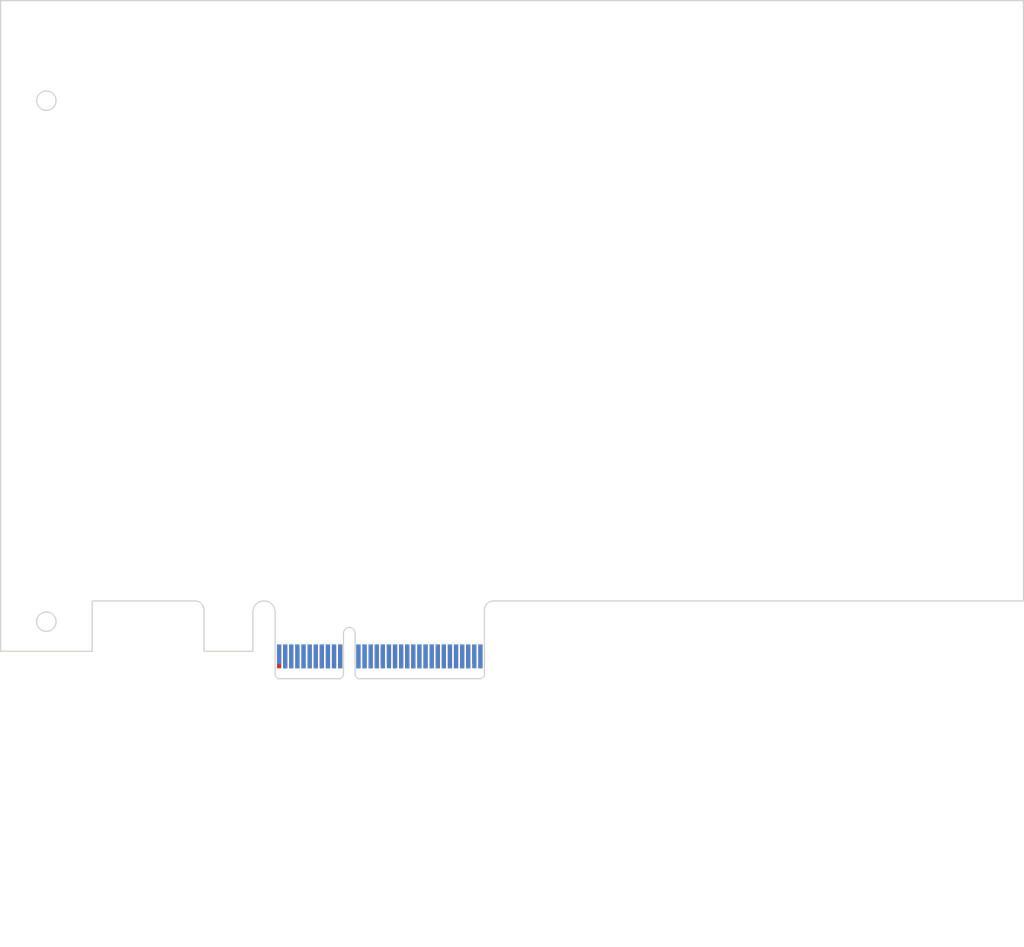
<source format=kicad_pcb>
(kicad_pcb (version 20211014) (generator pcbnew)
  (layers (0 "F.Cu" signal) (31 "B.Cu" signal) (34 "B.Paste" user) (35 "F.Paste" user) (36 "B.SilkS" user "B.Silkscreen") (37 "F.SilkS" user "F.Silkscreen") (38 "B.Mask" user) (39 "F.Mask" user) (44 "Edge.Cuts" user))
  (net 0 "")
  (net 1 "/~{PRSNT}")
  (net 2 "/+12V")
  (net 3 "GND")
  (net 4 "/JTAG_TCK")
  (net 5 "/JTAG_TDI")
  (net 6 "/JTAG_TDO")
  (net 7 "/JTAG_TMS")
  (net 8 "/+3V3")
  (net 9 "/~{PERST}")
  (net 10 "/RefClk_P")
  (net 11 "/RefClk_N")
  (net 12 "/PER0_P")
  (net 13 "/PER0_N")
  (net 14 "/SMCLK")
  (net 15 "/SMDAT")
  (net 16 "/+3V3_aux")
  (net 17 "/~{Wake}")
  (net 18 "/~{CLKREQ}")
  (net 19 "/PET0_P")
  (net 20 "/PET0_N")
  (net 22 "/PER1_P")
  (net 23 "/PER1_N")
  (net 24 "/PER2_P")
  (net 25 "/PER2_N")
  (net 26 "/PER3_P")
  (net 27 "/PER3_N")
  (net 29 "/~{JTAG_TRST}")
  (net 31 "/PET1_P")
  (net 32 "/PET1_N")
  (net 33 "/PET2_P")
  (net 34 "/PET2_N")
  (net 35 "/PET3_P")
  (net 36 "/PET3_N")
  (footprint "Connector_PCIe:PCIe_x4_GoldFinger" (layer "B.Cu") (at 100.35 150.085 180)
    (fp_text reference "P1" hide)
    (fp_text value "PCIe_x4_Goldfinger")
    (pad "A1" smd rect locked (at 11.5 2.355 180) (size 0.7 3.2) (layers "B.Cu" "B.Mask") (net 1 "/~{PRSNT}"))
    (pad "A2" smd rect locked (at 10.5 2 180) (size 0.7 3.91) (layers "B.Cu" "B.Mask") (net 2 "/+12V"))
    (pad "A3" smd rect locked (at 9.5 2 180) (size 0.7 3.91) (layers "B.Cu" "B.Mask") (net 2 "/+12V"))
    (pad "A4" smd rect locked (at 8.5 2 180) (size 0.7 3.91) (layers "B.Cu" "B.Mask") (net 3 "GND"))
    (pad "A5" smd rect locked (at 7.5 2 180) (size 0.7 3.91) (layers "B.Cu" "B.Mask") (net 4 "/JTAG_TCK"))
    (pad "A6" smd rect locked (at 6.5 2 180) (size 0.7 3.91) (layers "B.Cu" "B.Mask") (net 5 "/JTAG_TDI"))
    (pad "A7" smd rect locked (at 5.5 2 180) (size 0.7 3.91) (layers "B.Cu" "B.Mask") (net 6 "/JTAG_TDO"))
    (pad "A8" smd rect locked (at 4.5 2 180) (size 0.7 3.91) (layers "B.Cu" "B.Mask") (net 7 "/JTAG_TMS"))
    (pad "A9" smd rect locked (at 3.5 2 180) (size 0.7 3.91) (layers "B.Cu" "B.Mask") (net 8 "/+3V3"))
    (pad "A10" smd rect locked (at 2.5 2 180) (size 0.7 3.91) (layers "B.Cu" "B.Mask") (net 8 "/+3V3"))
    (pad "A11" smd rect locked (at 1.5 2 180) (size 0.7 3.91) (layers "B.Cu" "B.Mask") (net 9 "/~{PERST}"))
    (pad "A12" smd rect locked (at -1.5 2 180) (size 0.7 3.91) (layers "B.Cu" "B.Mask") (net 3 "GND"))
    (pad "A13" smd rect locked (at -2.5 2 180) (size 0.7 3.91) (layers "B.Cu" "B.Mask") (net 10 "/RefClk_P"))
    (pad "A14" smd rect locked (at -3.5 2 180) (size 0.7 3.91) (layers "B.Cu" "B.Mask") (net 11 "/RefClk_N"))
    (pad "A15" smd rect locked (at -4.5 2 180) (size 0.7 3.91) (layers "B.Cu" "B.Mask") (net 3 "GND"))
    (pad "A16" smd rect locked (at -5.5 2 180) (size 0.7 3.91) (layers "B.Cu" "B.Mask") (net 12 "/PER0_P"))
    (pad "A17" smd rect locked (at -6.5 2 180) (size 0.7 3.91) (layers "B.Cu" "B.Mask") (net 13 "/PER0_N"))
    (pad "A18" smd rect locked (at -7.5 2 180) (size 0.7 3.91) (layers "B.Cu" "B.Mask") (net 3 "GND"))
    (pad "A19" smd rect locked (at -8.5 2 180) (size 0.7 3.91) (layers "B.Cu" "B.Mask"))
    (pad "A20" smd rect locked (at -9.5 2 180) (size 0.7 3.91) (layers "B.Cu" "B.Mask") (net 3 "GND"))
    (pad "A21" smd rect locked (at -10.5 2 180) (size 0.7 3.91) (layers "B.Cu" "B.Mask") (net 22 "/PER1_P"))
    (pad "A22" smd rect locked (at -11.5 2 180) (size 0.7 3.91) (layers "B.Cu" "B.Mask") (net 23 "/PER1_N"))
    (pad "A23" smd rect locked (at -12.5 2 180) (size 0.7 3.91) (layers "B.Cu" "B.Mask") (net 3 "GND"))
    (pad "A24" smd rect locked (at -13.5 2 180) (size 0.7 3.91) (layers "B.Cu" "B.Mask") (net 3 "GND"))
    (pad "A25" smd rect locked (at -14.5 2 180) (size 0.7 3.91) (layers "B.Cu" "B.Mask") (net 24 "/PER2_P"))
    (pad "A26" smd rect locked (at -15.5 2 180) (size 0.7 3.91) (layers "B.Cu" "B.Mask") (net 25 "/PER2_N"))
    (pad "A27" smd rect locked (at -16.5 2 180) (size 0.7 3.91) (layers "B.Cu" "B.Mask") (net 3 "GND"))
    (pad "A28" smd rect locked (at -17.5 2 180) (size 0.7 3.91) (layers "B.Cu" "B.Mask") (net 3 "GND"))
    (pad "A29" smd rect locked (at -18.5 2 180) (size 0.7 3.91) (layers "B.Cu" "B.Mask") (net 26 "/PER3_P"))
    (pad "A30" smd rect locked (at -19.5 2 180) (size 0.7 3.91) (layers "B.Cu" "B.Mask") (net 27 "/PER3_N"))
    (pad "A31" smd rect locked (at -20.5 2 180) (size 0.7 3.91) (layers "B.Cu" "B.Mask") (net 3 "GND"))
    (pad "A32" smd rect locked (at -21.5 2 180) (size 0.7 3.91) (layers "B.Cu" "B.Mask"))
    (pad "B1" smd rect locked (at 11.5 2 180) (size 0.7 3.91) (layers "F.Cu" "F.Mask") (net 2 "/+12V"))
    (pad "B2" smd rect locked (at 10.5 2 180) (size 0.7 3.91) (layers "F.Cu" "F.Mask") (net 2 "/+12V"))
    (pad "B3" smd rect locked (at 9.5 2 180) (size 0.7 3.91) (layers "F.Cu" "F.Mask") (net 2 "/+12V"))
    (pad "B4" smd rect locked (at 8.5 2 180) (size 0.7 3.91) (layers "F.Cu" "F.Mask") (net 3 "GND"))
    (pad "B5" smd rect locked (at 7.5 2 180) (size 0.7 3.91) (layers "F.Cu" "F.Mask") (net 14 "/SMCLK"))
    (pad "B6" smd rect locked (at 6.5 2 180) (size 0.7 3.91) (layers "F.Cu" "F.Mask") (net 15 "/SMDAT"))
    (pad "B7" smd rect locked (at 5.5 2 180) (size 0.7 3.91) (layers "F.Cu" "F.Mask") (net 3 "GND"))
    (pad "B8" smd rect locked (at 4.5 2 180) (size 0.7 3.91) (layers "F.Cu" "F.Mask") (net 8 "/+3V3"))
    (pad "B9" smd rect locked (at 3.5 2 180) (size 0.7 3.91) (layers "F.Cu" "F.Mask") (net 29 "/~{JTAG_TRST}"))
    (pad "B10" smd rect locked (at 2.5 2 180) (size 0.7 3.91) (layers "F.Cu" "F.Mask") (net 16 "/+3V3_aux"))
    (pad "B11" smd rect locked (at 1.5 2 180) (size 0.7 3.91) (layers "F.Cu" "F.Mask") (net 17 "/~{Wake}"))
    (pad "B12" smd rect locked (at -1.5 2 180) (size 0.7 3.91) (layers "F.Cu" "F.Mask") (net 18 "/~{CLKREQ}"))
    (pad "B13" smd rect locked (at -2.5 2 180) (size 0.7 3.91) (layers "F.Cu" "F.Mask") (net 3 "GND"))
    (pad "B14" smd rect locked (at -3.5 2 180) (size 0.7 3.91) (layers "F.Cu" "F.Mask") (net 19 "/PET0_P"))
    (pad "B15" smd rect locked (at -4.5 2 180) (size 0.7 3.91) (layers "F.Cu" "F.Mask") (net 20 "/PET0_N"))
    (pad "B16" smd rect locked (at -5.5 2 180) (size 0.7 3.91) (layers "F.Cu" "F.Mask") (net 3 "GND"))
    (pad "B17" smd rect locked (at -6.5 2.355 180) (size 0.7 3.2) (layers "F.Cu" "F.Mask"))
    (pad "B18" smd rect locked (at -7.5 2 180) (size 0.7 3.91) (layers "F.Cu" "F.Mask") (net 3 "GND"))
    (pad "B19" smd rect locked (at -8.5 2 180) (size 0.7 3.91) (layers "F.Cu" "F.Mask") (net 31 "/PET1_P"))
    (pad "B20" smd rect locked (at -9.5 2 180) (size 0.7 3.91) (layers "F.Cu" "F.Mask") (net 32 "/PET1_N"))
    (pad "B21" smd rect locked (at -10.5 2 180) (size 0.7 3.91) (layers "F.Cu" "F.Mask") (net 3 "GND"))
    (pad "B22" smd rect locked (at -11.5 2 180) (size 0.7 3.91) (layers "F.Cu" "F.Mask") (net 3 "GND"))
    (pad "B23" smd rect locked (at -12.5 2 180) (size 0.7 3.91) (layers "F.Cu" "F.Mask") (net 33 "/PET2_P"))
    (pad "B24" smd rect locked (at -13.5 2 180) (size 0.7 3.91) (layers "F.Cu" "F.Mask") (net 34 "/PET2_N"))
    (pad "B25" smd rect locked (at -14.5 2 180) (size 0.7 3.91) (layers "F.Cu" "F.Mask") (net 3 "GND"))
    (pad "B26" smd rect locked (at -15.5 2 180) (size 0.7 3.91) (layers "F.Cu" "F.Mask") (net 3 "GND"))
    (pad "B27" smd rect locked (at -16.5 2 180) (size 0.7 3.91) (layers "F.Cu" "F.Mask") (net 35 "/PET3_P"))
    (pad "B28" smd rect locked (at -17.5 2 180) (size 0.7 3.91) (layers "F.Cu" "F.Mask") (net 36 "/PET3_N"))
    (pad "B29" smd rect locked (at -18.5 2 180) (size 0.7 3.91) (layers "F.Cu" "F.Mask") (net 3 "GND"))
    (pad "B30" smd rect locked (at -19.5 2 180) (size 0.7 3.91) (layers "F.Cu" "F.Mask"))
    (pad "B31" smd rect locked (at -20.5 2.355 180) (size 0.7 3.2) (layers "F.Cu" "F.Mask") (net 1 "/~{PRSNT}"))
    (pad "B32" smd rect locked (at -21.5 2 180) (size 0.7 3.91) (layers "F.Cu" "F.Mask") (net 3 "GND"))
  )
  (gr_line locked (start 76.55 147.25) (end 84.55 147.25) (layer "Edge.Cuts") (width 0.2))
  (gr_line locked (start 43.2 40.6) (end 43.2 147.25) (layer "Edge.Cuts") (width 0.2))
  (gr_arc locked (start 122.5 140.5) (mid 122.93934 139.43934) (end 124 139) (layer "Edge.Cuts") (width 0.2))
  (gr_circle locked (center 50.7 142.4) (end 52.29 142.4) (layer "Edge.Cuts") (width 0.2) (fill none))
  (gr_line locked (start 88.2 140.825) (end 88.2 151.25) (layer "Edge.Cuts") (width 0.2))
  (gr_line locked (start 122.5 151.25) (end 122.5 140.5) (layer "Edge.Cuts") (width 0.2))
  (gr_line locked (start 101.8 151.75) (end 122 151.75) (layer "Edge.Cuts") (width 0.2))
  (gr_arc locked (start 84.55 140.825) (mid 86.375 139) (end 88.2 140.825) (layer "Edge.Cuts") (width 0.2))
  (gr_line locked (start 88.2 151.25) (end 88.7 151.75) (layer "Edge.Cuts") (width 0.2))
  (gr_line locked (start 88.7 151.75) (end 98.9 151.75) (layer "Edge.Cuts") (width 0.2))
  (gr_line locked (start 58.2 139) (end 75.05 139) (layer "Edge.Cuts") (width 0.2))
  (gr_line locked (start 84.55 147.25) (end 84.55 140.825) (layer "Edge.Cuts") (width 0.2))
  (gr_line locked (start 210.85 40.6) (end 43.2 40.6) (layer "Edge.Cuts") (width 0.2))
  (gr_arc locked (start 99.4 144.3) (mid 100.35 143.35) (end 101.3 144.3) (layer "Edge.Cuts") (width 0.2))
  (gr_line locked (start 76.55 140.5) (end 76.55 147.25) (layer "Edge.Cuts") (width 0.2))
  (gr_line locked (start 210.85 139) (end 210.85 40.6) (layer "Edge.Cuts") (width 0.2))
  (gr_line locked (start 58.2 139) (end 58.2 147.25) (layer "Edge.Cuts") (width 0.2))
  (gr_line locked (start 124 139) (end 210.85 139) (layer "Edge.Cuts") (width 0.2))
  (gr_line locked (start 122 151.75) (end 122.5 151.25) (layer "Edge.Cuts") (width 0.2))
  (gr_line locked (start 98.9 151.75) (end 99.4 151.25) (layer "Edge.Cuts") (width 0.2))
  (gr_line locked (start 58.2 147.25) (end 43.2 147.25) (layer "Edge.Cuts") (width 0.2))
  (gr_line locked (start 101.3 151.25) (end 101.8 151.75) (layer "Edge.Cuts") (width 0.2))
  (gr_line locked (start 99.4 151.25) (end 99.4 144.3) (layer "Edge.Cuts") (width 0.2))
  (gr_arc locked (start 75.05 139) (mid 76.11066 139.43934) (end 76.55 140.5) (layer "Edge.Cuts") (width 0.2))
  (gr_line locked (start 101.3 151.25) (end 101.3 144.3) (layer "Edge.Cuts") (width 0.2))
  (gr_circle locked (center 50.7 57) (end 52.29 57) (layer "Edge.Cuts") (width 0.2) (fill none))
)
</source>
